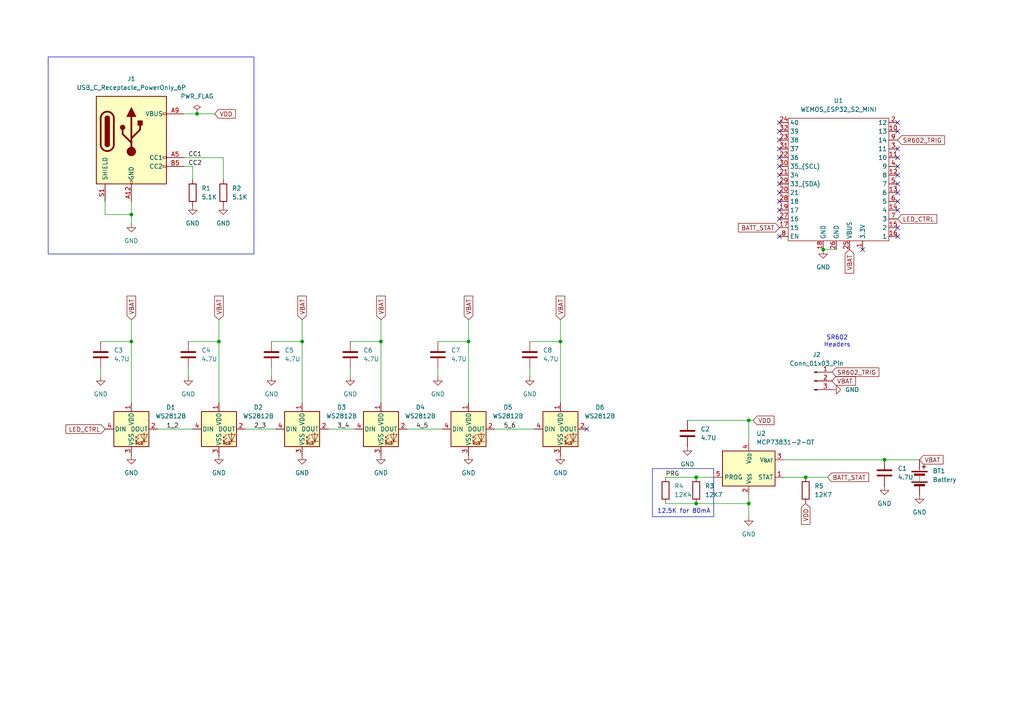
<source format=kicad_sch>
(kicad_sch (version 20231120) (generator "eeschema") (generator_version "8.0")
  (paper "A4")
  (lib_symbols
    (symbol "Battery_Management:MCP73831-2-OT"
      (property "Reference" "U" (at -7.62 6.35 0))
      (property "Value" "MCP73831-2-OT" (at 1.27 6.35 0))
      (symbol "MCP73831-2-OT_0_1"
        (rectangle (start -7.62 5.08) (end 7.62 -5.08) (stroke (width 0.254)) (fill (type background)))
      )
      (symbol "MCP73831-2-OT_1_1"
        (pin tri_state line (at 10.16 -2.54 180) (length 2.54) (name "STAT") (number "1"))
        (pin power_in line (at 0 -7.62 90) (length 2.54) (name "V_{SS}") (number "2"))
        (pin power_out line (at 10.16 2.54 180) (length 2.54) (name "V_{BAT}") (number "3"))
        (pin power_in line (at 0 7.62 270) (length 2.54) (name "V_{DD}") (number "4"))
        (pin input line (at -10.16 -2.54 0) (length 2.54) (name "PROG") (number "5"))
      )
    )
    (symbol "Connector:Conn_01x03_Pin" (pin_names (offset 1.016) hide)
      (property "Reference" "J" (at 0 5.08 0))
      (property "Value" "Conn_01x03_Pin" (at 0 -5.08 0))
      (symbol "Conn_01x03_Pin_1_1"
        (polyline (pts (xy 1.27 -2.54) (xy 0.8636 -2.54)) (stroke (width 0.1524)))
        (polyline (pts (xy 1.27 0) (xy 0.8636 0)) (stroke (width 0.1524)))
        (polyline (pts (xy 1.27 2.54) (xy 0.8636 2.54)) (stroke (width 0.1524)))
        (rectangle (start 0.8636 -2.413) (end 0 -2.667) (stroke (width 0.1524)) (fill (type outline)))
        (rectangle (start 0.8636 0.127) (end 0 -0.127) (stroke (width 0.1524)) (fill (type outline)))
        (rectangle (start 0.8636 2.667) (end 0 2.413) (stroke (width 0.1524)) (fill (type outline)))
        (pin passive line (at 5.08 2.54 180) (length 3.81) (name "Pin_1") (number "1"))
        (pin passive line (at 5.08 0 180) (length 3.81) (name "Pin_2") (number "2"))
        (pin passive line (at 5.08 -2.54 180) (length 3.81) (name "Pin_3") (number "3"))
      )
    )
    (symbol "Connector:USB_C_Receptacle_PowerOnly_6P" (pin_names (offset 1.016))
      (property "Reference" "J" (at 0 16.51 0))
      (property "Value" "USB_C_Receptacle_PowerOnly_6P" (at 0 13.97 0))
      (symbol "USB_C_Receptacle_PowerOnly_6P_0_0"
        (rectangle (start -0.254 -12.7) (end 0.254 -11.684))
        (rectangle (start 10.16 -7.366) (end 9.144 -7.874))
        (rectangle (start 10.16 -4.826) (end 9.144 -5.334))
        (rectangle (start 10.16 7.874) (end 9.144 7.366))
      )
      (symbol "USB_C_Receptacle_PowerOnly_6P_0_1"
        (rectangle (start -10.16 12.7) (end 10.16 -12.7) (stroke (width 0.254)) (fill (type background)))
        (arc (start -8.89 -1.27) (mid -6.985 -3.1667) (end -5.08 -1.27) (stroke (width 0.508)))
        (arc (start -7.62 -1.27) (mid -6.985 -1.9023) (end -6.35 -1.27) (stroke (width 0.254)))
        (arc (start -7.62 -1.27) (mid -6.985 -1.9023) (end -6.35 -1.27) (stroke (width 0.254)) (fill (type outline)))
        (rectangle (start -7.62 -1.27) (end -6.35 6.35) (stroke (width 0.254)) (fill (type outline)))
        (arc (start -6.35 6.35) (mid -6.985 6.9823) (end -7.62 6.35) (stroke (width 0.254)))
        (arc (start -6.35 6.35) (mid -6.985 6.9823) (end -7.62 6.35) (stroke (width 0.254)) (fill (type outline)))
        (arc (start -5.08 6.35) (mid -6.985 8.2467) (end -8.89 6.35) (stroke (width 0.508)))
        (circle (center -2.54 3.683) (radius 0.635) (stroke (width 0.254)) (fill (type outline)))
        (circle (center 0 -3.302) (radius 1.27) (fill (type outline)))
        (polyline (pts (xy -8.89 -1.27) (xy -8.89 6.35)) (stroke (width 0.508)))
        (polyline (pts (xy -5.08 6.35) (xy -5.08 -1.27)) (stroke (width 0.508)))
        (polyline (pts (xy 0 -3.302) (xy 0 6.858)) (stroke (width 0.508)))
        (polyline (pts (xy 0 -0.762) (xy -2.54 1.778) (xy -2.54 3.048)) (stroke (width 0.508)))
        (polyline (pts (xy 0 0.508) (xy 2.54 3.048) (xy 2.54 4.318)) (stroke (width 0.508)))
        (polyline (pts (xy -1.27 6.858) (xy 0 9.398) (xy 1.27 6.858) (xy -1.27 6.858)) (stroke (width 0.254)) (fill (type outline)))
        (rectangle (start 1.905 4.318) (end 3.175 5.588) (stroke (width 0.254)) (fill (type outline)))
      )
      (symbol "USB_C_Receptacle_PowerOnly_6P_1_1"
        (pin passive line (at 0 -17.78 90) (length 5.08) (name "GND") (number "A12"))
        (pin bidirectional line (at 15.24 -5.08 180) (length 5.08) (name "CC1") (number "A5"))
        (pin passive line (at 15.24 7.62 180) (length 5.08) (name "VBUS") (number "A9"))
        (pin passive line (at 0 -17.78 90) (length 5.08) hide (name "GND") (number "B12"))
        (pin bidirectional line (at 15.24 -7.62 180) (length 5.08) (name "CC2") (number "B5"))
        (pin passive line (at 15.24 7.62 180) (length 5.08) hide (name "VBUS") (number "B9"))
        (pin passive line (at -7.62 -17.78 90) (length 5.08) (name "SHIELD") (number "S1"))
      )
    )
    (symbol "Device:Battery" (pin_numbers hide) (pin_names (offset 0) hide)
      (property "Reference" "BT" (at 2.54 2.54 0))
      (property "Value" "Battery" (at 2.54 0 0))
      (symbol "Battery_0_1"
        (rectangle (start -2.286 -1.27) (end 2.286 -1.524) (fill (type outline)))
        (rectangle (start -2.286 1.778) (end 2.286 1.524) (fill (type outline)))
        (rectangle (start -1.524 -2.032) (end 1.524 -2.54) (fill (type outline)))
        (rectangle (start -1.524 1.016) (end 1.524 0.508) (fill (type outline)))
        (polyline (pts (xy 0 -1.016) (xy 0 -0.762)))
        (polyline (pts (xy 0 -0.508) (xy 0 -0.254)))
        (polyline (pts (xy 0 0) (xy 0 0.254)))
        (polyline (pts (xy 0 1.778) (xy 0 2.54)))
        (polyline (pts (xy 0.762 3.048) (xy 1.778 3.048)) (stroke (width 0.254)))
        (polyline (pts (xy 1.27 3.556) (xy 1.27 2.54)) (stroke (width 0.254)))
      )
      (symbol "Battery_1_1"
        (pin passive line (at 0 5.08 270) (length 2.54) (name "+") (number "1"))
        (pin passive line (at 0 -5.08 90) (length 2.54) (name "-") (number "2"))
      )
    )
    (symbol "Device:C" (pin_numbers hide) (pin_names (offset 0.254))
      (property "Reference" "C" (at 0.635 2.54 0))
      (property "Value" "C" (at 0.635 -2.54 0))
      (symbol "C_0_1"
        (polyline (pts (xy -2.032 -0.762) (xy 2.032 -0.762)) (stroke (width 0.508)))
        (polyline (pts (xy -2.032 0.762) (xy 2.032 0.762)) (stroke (width 0.508)))
      )
      (symbol "C_1_1"
        (pin passive line (at 0 3.81 270) (length 2.794) (name "~") (number "1"))
        (pin passive line (at 0 -3.81 90) (length 2.794) (name "~") (number "2"))
      )
    )
    (symbol "Device:R" (pin_numbers hide) (pin_names (offset 0))
      (property "Reference" "R" (at 2.032 0 90))
      (property "Value" "R" (at 0 0 90))
      (symbol "R_0_1"
        (rectangle (start -1.016 -2.54) (end 1.016 2.54) (stroke (width 0.254)))
      )
      (symbol "R_1_1"
        (pin passive line (at 0 3.81 270) (length 1.27) (name "~") (number "1"))
        (pin passive line (at 0 -3.81 90) (length 1.27) (name "~") (number "2"))
      )
    )
    (symbol "LED:WS2812B" (pin_names (offset 0.254))
      (property "Reference" "D" (at 5.08 5.715 0))
      (property "Value" "WS2812B" (at 1.27 -5.715 0))
      (symbol "WS2812B_0_0"
        (text "RGB" (at 2.286 -4.191 0) (effects (font (size 0.762 0.762))))
      )
      (symbol "WS2812B_0_1"
        (polyline (pts (xy 1.27 -3.556) (xy 1.778 -3.556)))
        (polyline (pts (xy 1.27 -2.54) (xy 1.778 -2.54)))
        (polyline (pts (xy 4.699 -3.556) (xy 2.667 -3.556)))
        (polyline (pts (xy 2.286 -2.54) (xy 1.27 -3.556) (xy 1.27 -3.048)))
        (polyline (pts (xy 2.286 -1.524) (xy 1.27 -2.54) (xy 1.27 -2.032)))
        (polyline (pts (xy 3.683 -1.016) (xy 3.683 -3.556) (xy 3.683 -4.064)))
        (polyline (pts (xy 4.699 -1.524) (xy 2.667 -1.524) (xy 3.683 -3.556) (xy 4.699 -1.524)))
        (rectangle (start 5.08 5.08) (end -5.08 -5.08) (stroke (width 0.254)) (fill (type background)))
      )
      (symbol "WS2812B_1_1"
        (pin power_in line (at 0 7.62 270) (length 2.54) (name "VDD") (number "1"))
        (pin output line (at 7.62 0 180) (length 2.54) (name "DOUT") (number "2"))
        (pin power_in line (at 0 -7.62 90) (length 2.54) (name "VSS") (number "3"))
        (pin input line (at -7.62 0 0) (length 2.54) (name "DIN") (number "4"))
      )
    )
    (symbol "WEMOS_ESP32_S2_MINI:WEMOS_ESP32_S2_MINI"
      (property "Reference" "U" (at 0 0 0))
      (property "Value" "WEMOS_ESP32_S2_MINI" (at -2.032 11.43 0))
      (symbol "WEMOS_ESP32_S2_MINI_0_1"
        (rectangle (start -16.51 16.51) (end 12.7 -19.05))
      )
      (symbol "WEMOS_ESP32_S2_MINI_1_0"
        (pin bidirectional line (at 15.24 0 180) (length 2.54) (name "8") (number "12"))
        (pin bidirectional line (at 15.24 -5.08 180) (length 2.54) (name "6") (number "13"))
        (pin bidirectional line (at 15.24 -10.16 180) (length 2.54) (name "4") (number "14"))
        (pin bidirectional line (at 15.24 -15.24 180) (length 2.54) (name "2") (number "15"))
        (pin bidirectional line (at 15.24 -17.78 180) (length 2.54) (name "1") (number "16"))
        (pin bidirectional line (at -19.05 -10.16 0) (length 2.54) (name "17") (number "19"))
        (pin bidirectional line (at -19.05 -5.08 0) (length 2.54) (name "21") (number "20"))
        (pin bidirectional line (at -19.05 0 0) (length 2.54) (name "34") (number "21"))
        (pin bidirectional line (at -19.05 5.08 0) (length 2.54) (name "36") (number "22"))
        (pin bidirectional line (at -19.05 10.16 0) (length 2.54) (name "38") (number "23"))
        (pin bidirectional line (at -19.05 15.24 0) (length 2.54) (name "40") (number "24"))
        (pin power_in line (at -2.54 -21.59 90) (length 2.54) (name "GND") (number "26"))
        (pin bidirectional line (at -19.05 -12.7 0) (length 2.54) (name "16") (number "27"))
        (pin bidirectional line (at -19.05 -7.62 0) (length 2.54) (name "18") (number "28"))
        (pin bidirectional line (at -19.05 -2.54 0) (length 2.54) (name "33_(SDA)") (number "29"))
        (pin bidirectional line (at -19.05 2.54 0) (length 2.54) (name "35_(SCL)") (number "30"))
        (pin bidirectional line (at -19.05 7.62 0) (length 2.54) (name "37") (number "31"))
        (pin bidirectional line (at -19.05 12.7 0) (length 2.54) (name "39") (number "32"))
        (pin bidirectional line (at 15.24 2.54 180) (length 2.54) (name "9") (number "4"))
        (pin bidirectional line (at 15.24 -2.54 180) (length 2.54) (name "7") (number "5"))
        (pin bidirectional line (at 15.24 -7.62 180) (length 2.54) (name "5") (number "6"))
        (pin bidirectional line (at 15.24 -12.7 180) (length 2.54) (name "3") (number "7"))
        (pin bidirectional line (at -19.05 -17.78 0) (length 2.54) (name "EN") (number "8"))
      )
      (symbol "WEMOS_ESP32_S2_MINI_1_1"
        (pin power_out line (at 5.08 -21.59 90) (length 2.54) (name "3.3V") (number "1"))
        (pin bidirectional line (at 15.24 12.7 180) (length 2.54) (name "13") (number "10"))
        (pin bidirectional line (at 15.24 5.08 180) (length 2.54) (name "10") (number "11"))
        (pin bidirectional line (at -19.05 -15.24 0) (length 2.54) (name "15") (number "17"))
        (pin power_out line (at -6.35 -21.59 90) (length 2.54) (name "GND") (number "18"))
        (pin bidirectional line (at 15.24 15.24 180) (length 2.54) (name "12") (number "2"))
        (pin power_in line (at 1.27 -21.59 90) (length 2.54) (name "VBUS") (number "25"))
        (pin bidirectional line (at 15.24 7.62 180) (length 2.54) (name "11") (number "3"))
        (pin bidirectional line (at 15.24 10.16 180) (length 2.54) (name "14") (number "9"))
      )
    )
    (symbol "power:GND" (power) (pin_numbers hide) (pin_names (offset 0) hide)
      (property "Value" "GND" (at 0 -3.81 0))
      (symbol "GND_0_1"
        (polyline (pts (xy 0 0) (xy 0 -1.27) (xy 1.27 -1.27) (xy 0 -2.54) (xy -1.27 -1.27) (xy 0 -1.27)))
      )
      (symbol "GND_1_1"
        (pin power_in line (at 0 0 270) (length 0) (name "~") (number "1"))
      )
    )
    (symbol "power:PWR_FLAG" (power) (pin_numbers hide) (pin_names (offset 0) hide)
      (property "Value" "PWR_FLAG" (at 0 3.81 0))
      (symbol "PWR_FLAG_0_0"
        (pin power_out line (at 0 0 90) (length 0) (name "~") (number "1"))
      )
      (symbol "PWR_FLAG_0_1"
        (polyline (pts (xy 0 0) (xy 0 1.27) (xy -1.016 1.905) (xy 0 2.54) (xy 1.016 1.905) (xy 0 1.27)))
      )
    )
  )
  (junction (at 110.49 99.06))
  (junction (at 201.93 146.05))
  (junction (at 57.15 33.02))
  (junction (at 233.68 138.43))
  (junction (at 135.89 99.06))
  (junction (at 38.1 99.06))
  (junction (at 162.56 99.06))
  (junction (at 217.17 121.92))
  (junction (at 87.63 99.06))
  (junction (at 238.76 72.39))
  (junction (at 38.1 62.23))
  (junction (at 63.5 99.06))
  (junction (at 201.93 138.43))
  (junction (at 256.54 133.35))
  (junction (at 217.17 146.05))
  (no_connect (at 226.06 60.96))
  (no_connect (at 260.35 50.8))
  (no_connect (at 260.35 48.26))
  (no_connect (at 260.35 66.04))
  (no_connect (at 226.06 48.26))
  (no_connect (at 260.35 53.34))
  (no_connect (at 226.06 45.72))
  (no_connect (at 226.06 35.56))
  (no_connect (at 226.06 68.58))
  (no_connect (at 260.35 38.1))
  (no_connect (at 260.35 45.72))
  (no_connect (at 260.35 68.58))
  (no_connect (at 226.06 43.18))
  (no_connect (at 260.35 58.42))
  (no_connect (at 226.06 38.1))
  (no_connect (at 226.06 40.64))
  (no_connect (at 260.35 43.18))
  (no_connect (at 226.06 55.88))
  (no_connect (at 170.18 124.46))
  (no_connect (at 226.06 50.8))
  (no_connect (at 260.35 55.88))
  (no_connect (at 260.35 60.96))
  (no_connect (at 260.35 35.56))
  (no_connect (at 226.06 53.34))
  (no_connect (at 226.06 63.5))
  (no_connect (at 250.19 72.39))
  (no_connect (at 226.06 58.42))
  (wire (pts (xy 153.67 99.06) (xy 162.56 99.06)))
  (wire (pts (xy 87.63 92.71) (xy 87.63 99.06)))
  (wire (pts (xy 53.34 48.26) (xy 55.88 48.26)))
  (wire (pts (xy 135.89 92.71) (xy 135.89 99.06)))
  (wire (pts (xy 143.51 124.46) (xy 154.94 124.46)))
  (wire (pts (xy 78.74 99.06) (xy 87.63 99.06)))
  (wire (pts (xy 71.12 124.46) (xy 80.01 124.46)))
  (wire (pts (xy 153.67 106.68) (xy 153.67 109.22)))
  (wire (pts (xy 218.44 121.92) (xy 217.17 121.92)))
  (wire (pts (xy 101.6 106.68) (xy 101.6 109.22)))
  (wire (pts (xy 29.21 99.06) (xy 38.1 99.06)))
  (wire (pts (xy 217.17 149.86) (xy 217.17 146.05)))
  (wire (pts (xy 30.48 62.23) (xy 38.1 62.23)))
  (wire (pts (xy 217.17 146.05) (xy 217.17 143.51)))
  (wire (pts (xy 87.63 99.06) (xy 87.63 116.84)))
  (wire (pts (xy 38.1 92.71) (xy 38.1 99.06)))
  (wire (pts (xy 233.68 138.43) (xy 240.03 138.43)))
  (wire (pts (xy 201.93 146.05) (xy 217.17 146.05)))
  (wire (pts (xy 127 106.68) (xy 127 109.22)))
  (wire (pts (xy 227.33 133.35) (xy 256.54 133.35)))
  (wire (pts (xy 57.15 33.02) (xy 62.23 33.02)))
  (wire (pts (xy 162.56 99.06) (xy 162.56 116.84)))
  (wire (pts (xy 53.34 45.72) (xy 64.77 45.72)))
  (wire (pts (xy 38.1 99.06) (xy 38.1 116.84)))
  (wire (pts (xy 217.17 121.92) (xy 217.17 128.27)))
  (wire (pts (xy 55.88 48.26) (xy 55.88 52.07)))
  (wire (pts (xy 193.04 146.05) (xy 201.93 146.05)))
  (wire (pts (xy 95.25 124.46) (xy 102.87 124.46)))
  (wire (pts (xy 30.48 58.42) (xy 30.48 62.23)))
  (wire (pts (xy 110.49 99.06) (xy 110.49 116.84)))
  (wire (pts (xy 227.33 138.43) (xy 233.68 138.43)))
  (wire (pts (xy 110.49 92.71) (xy 110.49 99.06)))
  (wire (pts (xy 38.1 58.42) (xy 38.1 62.23)))
  (wire (pts (xy 193.04 138.43) (xy 201.93 138.43)))
  (wire (pts (xy 53.34 33.02) (xy 57.15 33.02)))
  (wire (pts (xy 29.21 106.68) (xy 29.21 109.22)))
  (wire (pts (xy 78.74 106.68) (xy 78.74 109.22)))
  (wire (pts (xy 127 99.06) (xy 135.89 99.06)))
  (wire (pts (xy 45.72 124.46) (xy 55.88 124.46)))
  (wire (pts (xy 64.77 45.72) (xy 64.77 52.07)))
  (wire (pts (xy 63.5 92.71) (xy 63.5 99.06)))
  (wire (pts (xy 162.56 92.71) (xy 162.56 99.06)))
  (wire (pts (xy 201.93 138.43) (xy 207.01 138.43)))
  (wire (pts (xy 118.11 124.46) (xy 128.27 124.46)))
  (wire (pts (xy 63.5 99.06) (xy 63.5 116.84)))
  (wire (pts (xy 135.89 99.06) (xy 135.89 116.84)))
  (wire (pts (xy 54.61 99.06) (xy 63.5 99.06)))
  (wire (pts (xy 38.1 62.23) (xy 38.1 64.77)))
  (wire (pts (xy 256.54 133.35) (xy 266.7 133.35)))
  (wire (pts (xy 101.6 99.06) (xy 110.49 99.06)))
  (wire (pts (xy 199.39 121.92) (xy 217.17 121.92)))
  (wire (pts (xy 54.61 106.68) (xy 54.61 109.22)))
  (wire (pts (xy 238.76 72.39) (xy 242.57 72.39)))
  (rectangle (start 189.23 135.89) (end 207.01 149.86))
  (rectangle (start 13.97 16.51) (end 73.66 73.66))
  (text "12.5K for 80mA" (at 198.374 148.336 0) (effects (font (size 1.27 1.27))))
  (text "SR602\nHeaders" (at 242.824 99.06 0) (effects (font (size 1.27 1.27))))
  (label "4_5" (at 120.65 124.46 0))
  (label "2_3" (at 73.66 124.46 0))
  (label "CC1" (at 54.61 45.72 0))
  (label "1_2" (at 48.26 124.46 0))
  (label "3_4" (at 97.79 124.46 0))
  (label "5_6" (at 146.05 124.46 0))
  (label "CC2" (at 54.61 48.26 0))
  (label "PRG" (at 193.04 138.43 0))
  (global_label "VDD" (shape input) (at 233.68 146.05 270) (property "Intersheetrefs" "${INTERSHEET_REFS}" (effects (hide yes))))
  (global_label "VBAT" (shape input) (at 266.7 133.35 0) (property "Intersheetrefs" "${INTERSHEET_REFS}" (effects (hide yes))))
  (global_label "VBAT" (shape input) (at 87.63 92.71 90) (property "Intersheetrefs" "${INTERSHEET_REFS}" (effects (hide yes))))
  (global_label "SR602_TRIG" (shape input) (at 241.3 107.95 0) (property "Intersheetrefs" "${INTERSHEET_REFS}" (effects (hide yes))))
  (global_label "BATT_STAT" (shape input) (at 226.06 66.04 180) (property "Intersheetrefs" "${INTERSHEET_REFS}" (effects (hide yes))))
  (global_label "VBAT" (shape input) (at 110.49 92.71 90) (property "Intersheetrefs" "${INTERSHEET_REFS}" (effects (hide yes))))
  (global_label "BATT_STAT" (shape input) (at 240.03 138.43 0) (property "Intersheetrefs" "${INTERSHEET_REFS}" (effects (hide yes))))
  (global_label "SR602_TRIG" (shape input) (at 260.35 40.64 0) (property "Intersheetrefs" "${INTERSHEET_REFS}" (effects (hide yes))))
  (global_label "VBAT" (shape input) (at 241.3 110.49 0) (property "Intersheetrefs" "${INTERSHEET_REFS}" (effects (hide yes))))
  (global_label "VBAT" (shape input) (at 63.5 92.71 90) (property "Intersheetrefs" "${INTERSHEET_REFS}" (effects (hide yes))))
  (global_label "VBAT" (shape input) (at 38.1 92.71 90) (property "Intersheetrefs" "${INTERSHEET_REFS}" (effects (hide yes))))
  (global_label "LED_CTRL" (shape input) (at 30.48 124.46 180) (property "Intersheetrefs" "${INTERSHEET_REFS}" (effects (hide yes))))
  (global_label "VBAT" (shape input) (at 135.89 92.71 90) (property "Intersheetrefs" "${INTERSHEET_REFS}" (effects (hide yes))))
  (global_label "LED_CTRL" (shape input) (at 260.35 63.5 0) (property "Intersheetrefs" "${INTERSHEET_REFS}" (effects (hide yes))))
  (global_label "VBAT" (shape input) (at 162.56 92.71 90) (property "Intersheetrefs" "${INTERSHEET_REFS}" (effects (hide yes))))
  (global_label "VDD" (shape input) (at 218.44 121.92 0) (property "Intersheetrefs" "${INTERSHEET_REFS}" (effects (hide yes))))
  (global_label "VBAT" (shape input) (at 246.38 72.39 270) (property "Intersheetrefs" "${INTERSHEET_REFS}" (effects (hide yes))))
  (global_label "VDD" (shape input) (at 62.23 33.02 0) (property "Intersheetrefs" "${INTERSHEET_REFS}" (effects (hide yes))))
  (symbol (lib_id "power:GND") (at 256.54 140.97 0) (unit 1)
    (property "Reference" "#PWR010" (effects (hide yes)))
    (property "Value" "GND" (at 256.54 146.05 0))
    (property "Description" "Power symbol creates a global label with name \"GND\" , ground" (effects (hide yes)))
  )
  (symbol (lib_id "power:GND") (at 110.49 132.08 0) (unit 1)
    (property "Reference" "#PWR013" (effects (hide yes)))
    (property "Value" "GND" (at 110.49 137.16 0))
    (property "Description" "Power symbol creates a global label with name \"GND\" , ground" (effects (hide yes)))
  )
  (symbol (lib_id "Battery_Management:MCP73831-2-OT") (at 217.17 135.89 0) (unit 1)
    (property "Reference" "U2" (at 219.3641 125.73 0) (effects (justify left)))
    (property "Value" "MCP73831-2-OT" (at 219.3641 128.27 0) (effects (justify left)))
    (property "Footprint" "Package_TO_SOT_SMD:SOT-23-5" (effects (hide yes)))
    (property "Datasheet" "http://ww1.microchip.com/downloads/en/DeviceDoc/20001984g.pdf" (effects (hide yes)))
    (property "Description" "Single cell, Li-Ion/Li-Po charge management controller, 4.20V, Tri-State Status Output, in SOT23-5 package" (effects (hide yes)))
  )
  (symbol (lib_id "power:GND") (at 217.17 149.86 0) (unit 1)
    (property "Reference" "#PWR01" (effects (hide yes)))
    (property "Value" "GND" (at 217.17 154.94 0))
    (property "Description" "Power symbol creates a global label with name \"GND\" , ground" (effects (hide yes)))
  )
  (symbol (lib_id "power:GND") (at 63.5 132.08 0) (unit 1)
    (property "Reference" "#PWR015" (effects (hide yes)))
    (property "Value" "GND" (at 63.5 137.16 0))
    (property "Description" "Power symbol creates a global label with name \"GND\" , ground" (effects (hide yes)))
  )
  (symbol (lib_id "power:GND") (at 127 109.22 0) (unit 1)
    (property "Reference" "#PWR020" (effects (hide yes)))
    (property "Value" "GND" (at 127 114.3 0))
    (property "Description" "Power symbol creates a global label with name \"GND\" , ground" (effects (hide yes)))
  )
  (symbol (lib_id "WEMOS_ESP32_S2_MINI:WEMOS_ESP32_S2_MINI") (at 245.11 50.8 0) (unit 1)
    (property "Reference" "U1" (at 243.205 29.21 0))
    (property "Value" "WEMOS_ESP32_S2_MINI" (at 243.205 31.75 0))
    (property "Footprint" "WEMOS_ESP32_S2_MINI:WEMOS_ESP32_S2_MINI" (effects (hide yes)))
  )
  (symbol (lib_id "LED:WS2812B") (at 162.56 124.46 0) (unit 1)
    (property "Reference" "D6" (at 173.99 118.1414 0))
    (property "Value" "WS2812B" (at 173.99 120.6814 0))
    (property "Footprint" "LED_SMD:LED_WS2812B_PLCC4_5.0x5.0mm_P3.2mm" (effects (hide yes)))
    (property "Datasheet" "https://cdn-shop.adafruit.com/datasheets/WS2812B.pdf" (effects (hide yes)))
    (property "Description" "RGB LED with integrated controller" (effects (hide yes)))
  )
  (symbol (lib_id "Device:C") (at 29.21 102.87 0) (unit 1)
    (property "Reference" "C3" (at 33.02 101.5999 0) (effects (justify left)))
    (property "Value" "4.7U" (at 33.02 104.1399 0) (effects (justify left)))
    (property "Footprint" "Capacitor_SMD:C_0603_1608Metric_Pad1.08x0.95mm_HandSolder" (effects (hide yes)))
    (property "Description" "Unpolarized capacitor" (effects (hide yes)))
  )
  (symbol (lib_id "LED:WS2812B") (at 63.5 124.46 0) (unit 1)
    (property "Reference" "D2" (at 74.93 118.1414 0))
    (property "Value" "WS2812B" (at 74.93 120.6814 0))
    (property "Footprint" "LED_SMD:LED_WS2812B_PLCC4_5.0x5.0mm_P3.2mm" (effects (hide yes)))
    (property "Datasheet" "https://cdn-shop.adafruit.com/datasheets/WS2812B.pdf" (effects (hide yes)))
    (property "Description" "RGB LED with integrated controller" (effects (hide yes)))
  )
  (symbol (lib_id "power:GND") (at 199.39 129.54 0) (unit 1)
    (property "Reference" "#PWR09" (effects (hide yes)))
    (property "Value" "GND" (at 199.39 134.62 0))
    (property "Description" "Power symbol creates a global label with name \"GND\" , ground" (effects (hide yes)))
  )
  (symbol (lib_id "power:GND") (at 241.3 113.03 90) (unit 1)
    (property "Reference" "#PWR023" (effects (hide yes)))
    (property "Value" "GND" (at 245.11 113.0299 90) (effects (justify right)))
    (property "Description" "Power symbol creates a global label with name \"GND\" , ground" (effects (hide yes)))
  )
  (symbol (lib_id "Device:C") (at 54.61 102.87 0) (unit 1)
    (property "Reference" "C4" (at 58.42 101.5999 0) (effects (justify left)))
    (property "Value" "4.7U" (at 58.42 104.1399 0) (effects (justify left)))
    (property "Footprint" "Capacitor_SMD:C_0603_1608Metric_Pad1.08x0.95mm_HandSolder" (effects (hide yes)))
    (property "Description" "Unpolarized capacitor" (effects (hide yes)))
  )
  (symbol (lib_id "power:GND") (at 55.88 59.69 0) (unit 1)
    (property "Reference" "#PWR05" (effects (hide yes)))
    (property "Value" "GND" (at 55.88 64.77 0))
    (property "Description" "Power symbol creates a global label with name \"GND\" , ground" (effects (hide yes)))
  )
  (symbol (lib_id "power:GND") (at 38.1 132.08 0) (unit 1)
    (property "Reference" "#PWR022" (effects (hide yes)))
    (property "Value" "GND" (at 38.1 137.16 0))
    (property "Description" "Power symbol creates a global label with name \"GND\" , ground" (effects (hide yes)))
  )
  (symbol (lib_id "LED:WS2812B") (at 87.63 124.46 0) (unit 1)
    (property "Reference" "D3" (at 99.06 118.1414 0))
    (property "Value" "WS2812B" (at 99.06 120.6814 0))
    (property "Footprint" "LED_SMD:LED_WS2812B_PLCC4_5.0x5.0mm_P3.2mm" (effects (hide yes)))
    (property "Datasheet" "https://cdn-shop.adafruit.com/datasheets/WS2812B.pdf" (effects (hide yes)))
    (property "Description" "RGB LED with integrated controller" (effects (hide yes)))
  )
  (symbol (lib_id "LED:WS2812B") (at 110.49 124.46 0) (unit 1)
    (property "Reference" "D4" (at 121.92 118.1414 0))
    (property "Value" "WS2812B" (at 121.92 120.6814 0))
    (property "Footprint" "LED_SMD:LED_WS2812B_PLCC4_5.0x5.0mm_P3.2mm" (effects (hide yes)))
    (property "Datasheet" "https://cdn-shop.adafruit.com/datasheets/WS2812B.pdf" (effects (hide yes)))
    (property "Description" "RGB LED with integrated controller" (effects (hide yes)))
  )
  (symbol (lib_id "Connector:USB_C_Receptacle_PowerOnly_6P") (at 38.1 40.64 0) (unit 1)
    (property "Reference" "J1" (at 38.1 22.86 0))
    (property "Value" "USB_C_Receptacle_PowerOnly_6P" (at 38.1 25.4 0))
    (property "Footprint" "Connector_USB:USB_C_Receptacle_GCT_USB4125-xx-x-0190_6P_TopMnt_Horizontal" (effects (hide yes)))
    (property "Datasheet" "https://www.usb.org/sites/default/files/documents/usb_type-c.zip" (effects (hide yes)))
    (property "Description" "USB Power-Only 6P Type-C Receptacle connector" (effects (hide yes)))
  )
  (symbol (lib_id "Device:C") (at 153.67 102.87 0) (unit 1)
    (property "Reference" "C8" (at 157.48 101.5999 0) (effects (justify left)))
    (property "Value" "4.7U" (at 157.48 104.1399 0) (effects (justify left)))
    (property "Footprint" "Capacitor_SMD:C_0603_1608Metric_Pad1.08x0.95mm_HandSolder" (effects (hide yes)))
    (property "Description" "Unpolarized capacitor" (effects (hide yes)))
  )
  (symbol (lib_id "power:GND") (at 162.56 132.08 0) (unit 1)
    (property "Reference" "#PWR011" (effects (hide yes)))
    (property "Value" "GND" (at 162.56 137.16 0))
    (property "Description" "Power symbol creates a global label with name \"GND\" , ground" (effects (hide yes)))
  )
  (symbol (lib_id "power:GND") (at 266.7 143.51 0) (unit 1)
    (property "Reference" "#PWR02" (effects (hide yes)))
    (property "Value" "GND" (at 266.7 148.59 0))
    (property "Description" "Power symbol creates a global label with name \"GND\" , ground" (effects (hide yes)))
  )
  (symbol (lib_id "power:GND") (at 153.67 109.22 0) (unit 1)
    (property "Reference" "#PWR021" (effects (hide yes)))
    (property "Value" "GND" (at 153.67 114.3 0))
    (property "Description" "Power symbol creates a global label with name \"GND\" , ground" (effects (hide yes)))
  )
  (symbol (lib_id "power:GND") (at 101.6 109.22 0) (unit 1)
    (property "Reference" "#PWR019" (effects (hide yes)))
    (property "Value" "GND" (at 101.6 114.3 0))
    (property "Description" "Power symbol creates a global label with name \"GND\" , ground" (effects (hide yes)))
  )
  (symbol (lib_id "Device:R") (at 64.77 55.88 0) (unit 1)
    (property "Reference" "R2" (at 67.31 54.6099 0) (effects (justify left)))
    (property "Value" "5.1K" (at 67.31 57.1499 0) (effects (justify left)))
    (property "Footprint" "Resistor_SMD:R_0603_1608Metric_Pad0.98x0.95mm_HandSolder" (effects (hide yes)))
    (property "Description" "Resistor" (effects (hide yes)))
  )
  (symbol (lib_id "Device:R") (at 233.68 142.24 0) (unit 1)
    (property "Reference" "R5" (at 236.22 140.9699 0) (effects (justify left)))
    (property "Value" "12K7" (at 236.22 143.5099 0) (effects (justify left)))
    (property "Footprint" "Resistor_SMD:R_0603_1608Metric_Pad0.98x0.95mm_HandSolder" (effects (hide yes)))
    (property "Description" "Resistor" (effects (hide yes)))
  )
  (symbol (lib_id "Device:R") (at 201.93 142.24 0) (unit 1)
    (property "Reference" "R3" (at 204.47 140.9699 0) (effects (justify left)))
    (property "Value" "12K7" (at 204.47 143.5099 0) (effects (justify left)))
    (property "Footprint" "Resistor_SMD:R_0603_1608Metric_Pad0.98x0.95mm_HandSolder" (effects (hide yes)))
    (property "Description" "Resistor" (effects (hide yes)))
  )
  (symbol (lib_id "LED:WS2812B") (at 38.1 124.46 0) (unit 1)
    (property "Reference" "D1" (at 49.53 118.1414 0))
    (property "Value" "WS2812B" (at 49.53 120.6814 0))
    (property "Footprint" "LED_SMD:LED_WS2812B_PLCC4_5.0x5.0mm_P3.2mm" (effects (hide yes)))
    (property "Datasheet" "https://cdn-shop.adafruit.com/datasheets/WS2812B.pdf" (effects (hide yes)))
    (property "Description" "RGB LED with integrated controller" (effects (hide yes)))
  )
  (symbol (lib_id "Device:R") (at 193.04 142.24 0) (unit 1)
    (property "Reference" "R4" (at 195.58 140.9699 0) (effects (justify left)))
    (property "Value" "12K4" (at 195.58 143.5099 0) (effects (justify left)))
    (property "Footprint" "Resistor_SMD:R_0603_1608Metric_Pad0.98x0.95mm_HandSolder" (effects (hide yes)))
    (property "Description" "Resistor" (effects (hide yes)))
  )
  (symbol (lib_id "Device:C") (at 199.39 125.73 0) (unit 1)
    (property "Reference" "C2" (at 203.2 124.4599 0) (effects (justify left)))
    (property "Value" "4.7U" (at 203.2 126.9999 0) (effects (justify left)))
    (property "Footprint" "Capacitor_SMD:C_0603_1608Metric_Pad1.08x0.95mm_HandSolder" (effects (hide yes)))
    (property "Description" "Unpolarized capacitor" (effects (hide yes)))
  )
  (symbol (lib_id "power:GND") (at 38.1 64.77 0) (unit 1)
    (property "Reference" "#PWR04" (effects (hide yes)))
    (property "Value" "GND" (at 38.1 69.85 0))
    (property "Description" "Power symbol creates a global label with name \"GND\" , ground" (effects (hide yes)))
  )
  (symbol (lib_id "power:GND") (at 54.61 109.22 0) (unit 1)
    (property "Reference" "#PWR017" (effects (hide yes)))
    (property "Value" "GND" (at 54.61 114.3 0))
    (property "Description" "Power symbol creates a global label with name \"GND\" , ground" (effects (hide yes)))
  )
  (symbol (lib_id "Device:C") (at 127 102.87 0) (unit 1)
    (property "Reference" "C7" (at 130.81 101.5999 0) (effects (justify left)))
    (property "Value" "4.7U" (at 130.81 104.1399 0) (effects (justify left)))
    (property "Footprint" "Capacitor_SMD:C_0603_1608Metric_Pad1.08x0.95mm_HandSolder" (effects (hide yes)))
    (property "Description" "Unpolarized capacitor" (effects (hide yes)))
  )
  (symbol (lib_id "LED:WS2812B") (at 135.89 124.46 0) (unit 1)
    (property "Reference" "D5" (at 147.32 118.1414 0))
    (property "Value" "WS2812B" (at 147.32 120.6814 0))
    (property "Footprint" "LED_SMD:LED_WS2812B_PLCC4_5.0x5.0mm_P3.2mm" (effects (hide yes)))
    (property "Datasheet" "https://cdn-shop.adafruit.com/datasheets/WS2812B.pdf" (effects (hide yes)))
    (property "Description" "RGB LED with integrated controller" (effects (hide yes)))
  )
  (symbol (lib_id "power:GND") (at 135.89 132.08 0) (unit 1)
    (property "Reference" "#PWR012" (effects (hide yes)))
    (property "Value" "GND" (at 135.89 137.16 0))
    (property "Description" "Power symbol creates a global label with name \"GND\" , ground" (effects (hide yes)))
  )
  (symbol (lib_id "power:GND") (at 29.21 109.22 0) (unit 1)
    (property "Reference" "#PWR016" (effects (hide yes)))
    (property "Value" "GND" (at 29.21 114.3 0))
    (property "Description" "Power symbol creates a global label with name \"GND\" , ground" (effects (hide yes)))
  )
  (symbol (lib_id "Device:C") (at 78.74 102.87 0) (unit 1)
    (property "Reference" "C5" (at 82.55 101.5999 0) (effects (justify left)))
    (property "Value" "4.7U" (at 82.55 104.1399 0) (effects (justify left)))
    (property "Footprint" "Capacitor_SMD:C_0603_1608Metric_Pad1.08x0.95mm_HandSolder" (effects (hide yes)))
    (property "Description" "Unpolarized capacitor" (effects (hide yes)))
  )
  (symbol (lib_id "power:GND") (at 64.77 59.69 0) (unit 1)
    (property "Reference" "#PWR06" (effects (hide yes)))
    (property "Value" "GND" (at 64.77 64.77 0))
    (property "Description" "Power symbol creates a global label with name \"GND\" , ground" (effects (hide yes)))
  )
  (symbol (lib_id "power:PWR_FLAG") (at 57.15 33.02 0) (unit 1)
    (property "Reference" "#FLG01" (effects (hide yes)))
    (property "Value" "PWR_FLAG" (at 57.15 27.94 0))
    (property "Description" "Special symbol for telling ERC where power comes from" (effects (hide yes)))
  )
  (symbol (lib_id "Device:R") (at 55.88 55.88 0) (unit 1)
    (property "Reference" "R1" (at 58.42 54.6099 0) (effects (justify left)))
    (property "Value" "5.1K" (at 58.42 57.1499 0) (effects (justify left)))
    (property "Footprint" "Resistor_SMD:R_0603_1608Metric_Pad0.98x0.95mm_HandSolder" (effects (hide yes)))
    (property "Description" "Resistor" (effects (hide yes)))
  )
  (symbol (lib_id "Connector:Conn_01x03_Pin") (at 236.22 110.49 0) (unit 1)
    (property "Reference" "J2" (at 236.855 102.87 0))
    (property "Value" "Conn_01x03_Pin" (at 236.855 105.41 0))
    (property "Footprint" "Connector_PinHeader_2.54mm:PinHeader_1x03_P2.54mm_Vertical" (effects (hide yes)))
    (property "Description" "Generic connector, single row, 01x03, script generated" (effects (hide yes)))
  )
  (symbol (lib_id "Device:C") (at 256.54 137.16 0) (unit 1)
    (property "Reference" "C1" (at 260.35 135.8899 0) (effects (justify left)))
    (property "Value" "4.7U" (at 260.35 138.4299 0) (effects (justify left)))
    (property "Footprint" "Capacitor_SMD:C_0603_1608Metric_Pad1.08x0.95mm_HandSolder" (effects (hide yes)))
    (property "Description" "Unpolarized capacitor" (effects (hide yes)))
  )
  (symbol (lib_id "Device:Battery") (at 266.7 138.43 0) (unit 1)
    (property "Reference" "BT1" (at 270.51 136.5884 0) (effects (justify left)))
    (property "Value" "Battery" (at 270.51 139.1284 0) (effects (justify left)))
    (property "Footprint" "Connector_JST:JST_PH_S2B-PH-K_1x02_P2.00mm_Horizontal" (effects (hide yes)))
    (property "Description" "Multiple-cell battery" (effects (hide yes)))
  )
  (symbol (lib_id "power:GND") (at 238.76 72.39 0) (unit 1)
    (property "Reference" "#PWR08" (effects (hide yes)))
    (property "Value" "GND" (at 238.76 77.47 0))
    (property "Description" "Power symbol creates a global label with name \"GND\" , ground" (effects (hide yes)))
  )
  (symbol (lib_id "power:GND") (at 87.63 132.08 0) (unit 1)
    (property "Reference" "#PWR014" (effects (hide yes)))
    (property "Value" "GND" (at 87.63 137.16 0))
    (property "Description" "Power symbol creates a global label with name \"GND\" , ground" (effects (hide yes)))
  )
  (symbol (lib_id "Device:C") (at 101.6 102.87 0) (unit 1)
    (property "Reference" "C6" (at 105.41 101.5999 0) (effects (justify left)))
    (property "Value" "4.7U" (at 105.41 104.1399 0) (effects (justify left)))
    (property "Footprint" "Capacitor_SMD:C_0603_1608Metric_Pad1.08x0.95mm_HandSolder" (effects (hide yes)))
    (property "Description" "Unpolarized capacitor" (effects (hide yes)))
  )
  (symbol (lib_id "power:GND") (at 78.74 109.22 0) (unit 1)
    (property "Reference" "#PWR018" (effects (hide yes)))
    (property "Value" "GND" (at 78.74 114.3 0))
    (property "Description" "Power symbol creates a global label with name \"GND\" , ground" (effects (hide yes)))
  )
)
</source>
